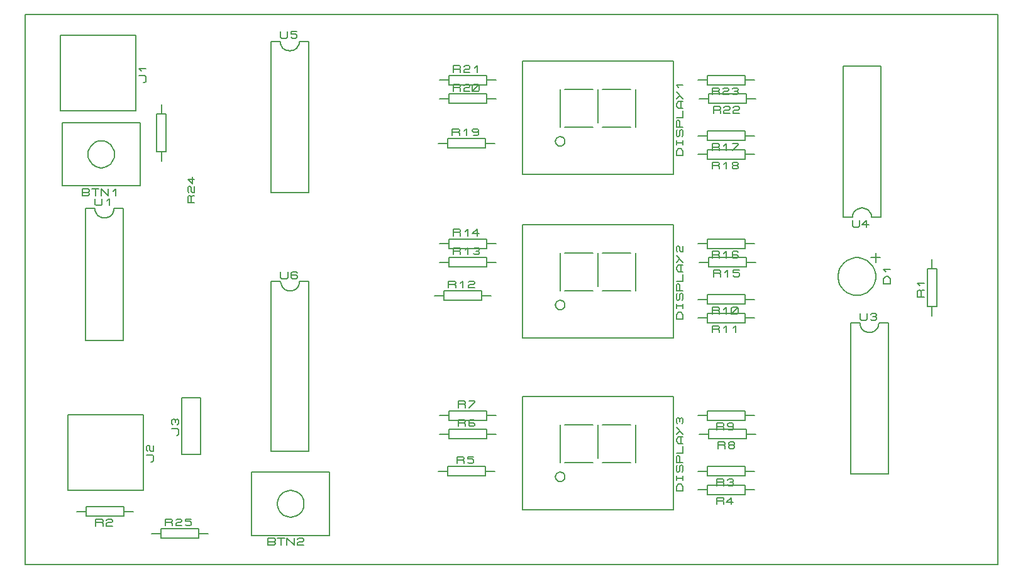
<source format=gbr>
G04 PROTEUS GERBER X2 FILE*
%TF.GenerationSoftware,Labcenter,Proteus,8.8-SP0-Build26547*%
%TF.CreationDate,2024-06-03T23:11:47+00:00*%
%TF.FileFunction,Legend,Top*%
%TF.FilePolarity,Positive*%
%TF.Part,Single*%
%TF.SameCoordinates,{21ee4477-aff3-40fb-9ee6-804b83d108f7}*%
%FSLAX45Y45*%
%MOMM*%
G01*
%TA.AperFunction,Material*%
%ADD17C,0.203200*%
%TA.AperFunction,Profile*%
%ADD16C,0.203200*%
%TD.AperFunction*%
D17*
X+7646000Y-6695956D02*
X+9678000Y-6695956D01*
X+9678000Y-5171956D01*
X+7646000Y-5171956D01*
X+7646000Y-6695956D01*
X+9106500Y-5552956D02*
X+8725500Y-5552956D01*
X+9106500Y-6060956D02*
X+8725500Y-6060956D01*
X+8598500Y-6060956D02*
X+8217500Y-6060956D01*
X+8598500Y-5552956D02*
X+8217500Y-5552956D01*
X+8154000Y-5552956D02*
X+8154000Y-6060956D01*
X+8662000Y-5552956D02*
X+8662000Y-5997456D01*
X+9170000Y-5552956D02*
X+9170000Y-6060956D01*
X+8217500Y-6251456D02*
X+8217283Y-6246209D01*
X+8215518Y-6235714D01*
X+8211826Y-6225219D01*
X+8205798Y-6214724D01*
X+8196576Y-6204344D01*
X+8186081Y-6196656D01*
X+8175586Y-6191738D01*
X+8165091Y-6188932D01*
X+8154596Y-6187959D01*
X+8154000Y-6187956D01*
X+8090500Y-6251456D02*
X+8090717Y-6246209D01*
X+8092482Y-6235714D01*
X+8096174Y-6225219D01*
X+8102202Y-6214724D01*
X+8111424Y-6204344D01*
X+8121919Y-6196656D01*
X+8132414Y-6191738D01*
X+8142909Y-6188932D01*
X+8153404Y-6187959D01*
X+8154000Y-6187956D01*
X+8090500Y-6251456D02*
X+8090717Y-6256703D01*
X+8092482Y-6267198D01*
X+8096174Y-6277693D01*
X+8102202Y-6288188D01*
X+8111424Y-6298568D01*
X+8121919Y-6306256D01*
X+8132414Y-6311174D01*
X+8142909Y-6313980D01*
X+8153404Y-6314953D01*
X+8154000Y-6314956D01*
X+8217500Y-6251456D02*
X+8217283Y-6256703D01*
X+8215518Y-6267198D01*
X+8211826Y-6277693D01*
X+8205798Y-6288188D01*
X+8196576Y-6298568D01*
X+8186081Y-6306256D01*
X+8175586Y-6311174D01*
X+8165091Y-6313980D01*
X+8154596Y-6314953D01*
X+8154000Y-6314956D01*
X+9810080Y-6441956D02*
X+9718640Y-6441956D01*
X+9718640Y-6378456D01*
X+9749120Y-6346706D01*
X+9779600Y-6346706D01*
X+9810080Y-6378456D01*
X+9810080Y-6441956D01*
X+9718640Y-6299081D02*
X+9718640Y-6235581D01*
X+9718640Y-6267331D02*
X+9810080Y-6267331D01*
X+9810080Y-6299081D02*
X+9810080Y-6235581D01*
X+9794840Y-6187956D02*
X+9810080Y-6172081D01*
X+9810080Y-6108581D01*
X+9794840Y-6092706D01*
X+9779600Y-6092706D01*
X+9764360Y-6108581D01*
X+9764360Y-6172081D01*
X+9749120Y-6187956D01*
X+9733880Y-6187956D01*
X+9718640Y-6172081D01*
X+9718640Y-6108581D01*
X+9733880Y-6092706D01*
X+9810080Y-6060956D02*
X+9718640Y-6060956D01*
X+9718640Y-5981581D01*
X+9733880Y-5965706D01*
X+9749120Y-5965706D01*
X+9764360Y-5981581D01*
X+9764360Y-6060956D01*
X+9718640Y-5933956D02*
X+9810080Y-5933956D01*
X+9810080Y-5838706D01*
X+9810080Y-5806956D02*
X+9749120Y-5806956D01*
X+9718640Y-5775206D01*
X+9718640Y-5743456D01*
X+9749120Y-5711706D01*
X+9810080Y-5711706D01*
X+9779600Y-5806956D02*
X+9779600Y-5711706D01*
X+9718640Y-5584706D02*
X+9810080Y-5679956D01*
X+9718640Y-5679956D02*
X+9764360Y-5632331D01*
X+9749120Y-5521206D02*
X+9718640Y-5489456D01*
X+9810080Y-5489456D01*
X+7646000Y-8895956D02*
X+9678000Y-8895956D01*
X+9678000Y-7371956D01*
X+7646000Y-7371956D01*
X+7646000Y-8895956D01*
X+9106500Y-7752956D02*
X+8725500Y-7752956D01*
X+9106500Y-8260956D02*
X+8725500Y-8260956D01*
X+8598500Y-8260956D02*
X+8217500Y-8260956D01*
X+8598500Y-7752956D02*
X+8217500Y-7752956D01*
X+8154000Y-7752956D02*
X+8154000Y-8260956D01*
X+8662000Y-7752956D02*
X+8662000Y-8197456D01*
X+9170000Y-7752956D02*
X+9170000Y-8260956D01*
X+8217500Y-8451456D02*
X+8217283Y-8446209D01*
X+8215518Y-8435714D01*
X+8211826Y-8425219D01*
X+8205798Y-8414724D01*
X+8196576Y-8404344D01*
X+8186081Y-8396656D01*
X+8175586Y-8391738D01*
X+8165091Y-8388932D01*
X+8154596Y-8387959D01*
X+8154000Y-8387956D01*
X+8090500Y-8451456D02*
X+8090717Y-8446209D01*
X+8092482Y-8435714D01*
X+8096174Y-8425219D01*
X+8102202Y-8414724D01*
X+8111424Y-8404344D01*
X+8121919Y-8396656D01*
X+8132414Y-8391738D01*
X+8142909Y-8388932D01*
X+8153404Y-8387959D01*
X+8154000Y-8387956D01*
X+8090500Y-8451456D02*
X+8090717Y-8456703D01*
X+8092482Y-8467198D01*
X+8096174Y-8477693D01*
X+8102202Y-8488188D01*
X+8111424Y-8498568D01*
X+8121919Y-8506256D01*
X+8132414Y-8511174D01*
X+8142909Y-8513980D01*
X+8153404Y-8514953D01*
X+8154000Y-8514956D01*
X+8217500Y-8451456D02*
X+8217283Y-8456703D01*
X+8215518Y-8467198D01*
X+8211826Y-8477693D01*
X+8205798Y-8488188D01*
X+8196576Y-8498568D01*
X+8186081Y-8506256D01*
X+8175586Y-8511174D01*
X+8165091Y-8513980D01*
X+8154596Y-8514953D01*
X+8154000Y-8514956D01*
X+9810080Y-8641956D02*
X+9718640Y-8641956D01*
X+9718640Y-8578456D01*
X+9749120Y-8546706D01*
X+9779600Y-8546706D01*
X+9810080Y-8578456D01*
X+9810080Y-8641956D01*
X+9718640Y-8499081D02*
X+9718640Y-8435581D01*
X+9718640Y-8467331D02*
X+9810080Y-8467331D01*
X+9810080Y-8499081D02*
X+9810080Y-8435581D01*
X+9794840Y-8387956D02*
X+9810080Y-8372081D01*
X+9810080Y-8308581D01*
X+9794840Y-8292706D01*
X+9779600Y-8292706D01*
X+9764360Y-8308581D01*
X+9764360Y-8372081D01*
X+9749120Y-8387956D01*
X+9733880Y-8387956D01*
X+9718640Y-8372081D01*
X+9718640Y-8308581D01*
X+9733880Y-8292706D01*
X+9810080Y-8260956D02*
X+9718640Y-8260956D01*
X+9718640Y-8181581D01*
X+9733880Y-8165706D01*
X+9749120Y-8165706D01*
X+9764360Y-8181581D01*
X+9764360Y-8260956D01*
X+9718640Y-8133956D02*
X+9810080Y-8133956D01*
X+9810080Y-8038706D01*
X+9810080Y-8006956D02*
X+9749120Y-8006956D01*
X+9718640Y-7975206D01*
X+9718640Y-7943456D01*
X+9749120Y-7911706D01*
X+9810080Y-7911706D01*
X+9779600Y-8006956D02*
X+9779600Y-7911706D01*
X+9718640Y-7784706D02*
X+9810080Y-7879956D01*
X+9718640Y-7879956D02*
X+9764360Y-7832331D01*
X+9733880Y-7737081D02*
X+9718640Y-7721206D01*
X+9718640Y-7673581D01*
X+9733880Y-7657706D01*
X+9749120Y-7657706D01*
X+9764360Y-7673581D01*
X+9764360Y-7721206D01*
X+9779600Y-7737081D01*
X+9810080Y-7737081D01*
X+9810080Y-7657706D01*
X+7646000Y-11207956D02*
X+9678000Y-11207956D01*
X+9678000Y-9683956D01*
X+7646000Y-9683956D01*
X+7646000Y-11207956D01*
X+9106500Y-10064956D02*
X+8725500Y-10064956D01*
X+9106500Y-10572956D02*
X+8725500Y-10572956D01*
X+8598500Y-10572956D02*
X+8217500Y-10572956D01*
X+8598500Y-10064956D02*
X+8217500Y-10064956D01*
X+8154000Y-10064956D02*
X+8154000Y-10572956D01*
X+8662000Y-10064956D02*
X+8662000Y-10509456D01*
X+9170000Y-10064956D02*
X+9170000Y-10572956D01*
X+8217500Y-10763456D02*
X+8217283Y-10758209D01*
X+8215518Y-10747714D01*
X+8211826Y-10737219D01*
X+8205798Y-10726724D01*
X+8196576Y-10716344D01*
X+8186081Y-10708656D01*
X+8175586Y-10703738D01*
X+8165091Y-10700932D01*
X+8154596Y-10699959D01*
X+8154000Y-10699956D01*
X+8090500Y-10763456D02*
X+8090717Y-10758209D01*
X+8092482Y-10747714D01*
X+8096174Y-10737219D01*
X+8102202Y-10726724D01*
X+8111424Y-10716344D01*
X+8121919Y-10708656D01*
X+8132414Y-10703738D01*
X+8142909Y-10700932D01*
X+8153404Y-10699959D01*
X+8154000Y-10699956D01*
X+8090500Y-10763456D02*
X+8090717Y-10768703D01*
X+8092482Y-10779198D01*
X+8096174Y-10789693D01*
X+8102202Y-10800188D01*
X+8111424Y-10810568D01*
X+8121919Y-10818256D01*
X+8132414Y-10823174D01*
X+8142909Y-10825980D01*
X+8153404Y-10826953D01*
X+8154000Y-10826956D01*
X+8217500Y-10763456D02*
X+8217283Y-10768703D01*
X+8215518Y-10779198D01*
X+8211826Y-10789693D01*
X+8205798Y-10800188D01*
X+8196576Y-10810568D01*
X+8186081Y-10818256D01*
X+8175586Y-10823174D01*
X+8165091Y-10825980D01*
X+8154596Y-10826953D01*
X+8154000Y-10826956D01*
X+9810080Y-10953956D02*
X+9718640Y-10953956D01*
X+9718640Y-10890456D01*
X+9749120Y-10858706D01*
X+9779600Y-10858706D01*
X+9810080Y-10890456D01*
X+9810080Y-10953956D01*
X+9718640Y-10811081D02*
X+9718640Y-10747581D01*
X+9718640Y-10779331D02*
X+9810080Y-10779331D01*
X+9810080Y-10811081D02*
X+9810080Y-10747581D01*
X+9794840Y-10699956D02*
X+9810080Y-10684081D01*
X+9810080Y-10620581D01*
X+9794840Y-10604706D01*
X+9779600Y-10604706D01*
X+9764360Y-10620581D01*
X+9764360Y-10684081D01*
X+9749120Y-10699956D01*
X+9733880Y-10699956D01*
X+9718640Y-10684081D01*
X+9718640Y-10620581D01*
X+9733880Y-10604706D01*
X+9810080Y-10572956D02*
X+9718640Y-10572956D01*
X+9718640Y-10493581D01*
X+9733880Y-10477706D01*
X+9749120Y-10477706D01*
X+9764360Y-10493581D01*
X+9764360Y-10572956D01*
X+9718640Y-10445956D02*
X+9810080Y-10445956D01*
X+9810080Y-10350706D01*
X+9810080Y-10318956D02*
X+9749120Y-10318956D01*
X+9718640Y-10287206D01*
X+9718640Y-10255456D01*
X+9749120Y-10223706D01*
X+9810080Y-10223706D01*
X+9779600Y-10318956D02*
X+9779600Y-10223706D01*
X+9718640Y-10096706D02*
X+9810080Y-10191956D01*
X+9718640Y-10191956D02*
X+9764360Y-10144331D01*
X+9733880Y-10049081D02*
X+9718640Y-10033206D01*
X+9718640Y-9985581D01*
X+9733880Y-9969706D01*
X+9749120Y-9969706D01*
X+9764360Y-9985581D01*
X+9779600Y-9969706D01*
X+9794840Y-9969706D01*
X+9810080Y-9985581D01*
X+9810080Y-10033206D01*
X+9794840Y-10049081D01*
X+9764360Y-10017331D02*
X+9764360Y-9985581D01*
D16*
X+950000Y-11941956D02*
X+14050000Y-11941956D01*
X+14050000Y-4541956D01*
X+950000Y-4541956D01*
X+950000Y-11941956D01*
D17*
X+10773000Y-10687956D02*
X+10646000Y-10687956D01*
X+10138000Y-10751456D02*
X+10646000Y-10751456D01*
X+10646000Y-10624456D01*
X+10138000Y-10624456D01*
X+10138000Y-10751456D01*
X+10138000Y-10687956D02*
X+10011000Y-10687956D01*
X+10265000Y-10883536D02*
X+10265000Y-10792096D01*
X+10344375Y-10792096D01*
X+10360250Y-10807336D01*
X+10360250Y-10822576D01*
X+10344375Y-10837816D01*
X+10265000Y-10837816D01*
X+10344375Y-10837816D02*
X+10360250Y-10853056D01*
X+10360250Y-10883536D01*
X+10407875Y-10807336D02*
X+10423750Y-10792096D01*
X+10471375Y-10792096D01*
X+10487250Y-10807336D01*
X+10487250Y-10822576D01*
X+10471375Y-10837816D01*
X+10487250Y-10853056D01*
X+10487250Y-10868296D01*
X+10471375Y-10883536D01*
X+10423750Y-10883536D01*
X+10407875Y-10868296D01*
X+10439625Y-10837816D02*
X+10471375Y-10837816D01*
X+10773000Y-10937956D02*
X+10646000Y-10937956D01*
X+10138000Y-11001456D02*
X+10646000Y-11001456D01*
X+10646000Y-10874456D01*
X+10138000Y-10874456D01*
X+10138000Y-11001456D01*
X+10138000Y-10937956D02*
X+10011000Y-10937956D01*
X+10265000Y-11133536D02*
X+10265000Y-11042096D01*
X+10344375Y-11042096D01*
X+10360250Y-11057336D01*
X+10360250Y-11072576D01*
X+10344375Y-11087816D01*
X+10265000Y-11087816D01*
X+10344375Y-11087816D02*
X+10360250Y-11103056D01*
X+10360250Y-11133536D01*
X+10487250Y-11103056D02*
X+10392000Y-11103056D01*
X+10455500Y-11042096D01*
X+10455500Y-11133536D01*
X+6511000Y-10687956D02*
X+6638000Y-10687956D01*
X+6638000Y-10751456D02*
X+7146000Y-10751456D01*
X+7146000Y-10624456D01*
X+6638000Y-10624456D01*
X+6638000Y-10751456D01*
X+7146000Y-10687956D02*
X+7273000Y-10687956D01*
X+6765000Y-10583816D02*
X+6765000Y-10492376D01*
X+6844375Y-10492376D01*
X+6860250Y-10507616D01*
X+6860250Y-10522856D01*
X+6844375Y-10538096D01*
X+6765000Y-10538096D01*
X+6844375Y-10538096D02*
X+6860250Y-10553336D01*
X+6860250Y-10583816D01*
X+6987250Y-10492376D02*
X+6907875Y-10492376D01*
X+6907875Y-10522856D01*
X+6971375Y-10522856D01*
X+6987250Y-10538096D01*
X+6987250Y-10568576D01*
X+6971375Y-10583816D01*
X+6923750Y-10583816D01*
X+6907875Y-10568576D01*
X+6527000Y-10187956D02*
X+6654000Y-10187956D01*
X+6654000Y-10251456D02*
X+7162000Y-10251456D01*
X+7162000Y-10124456D01*
X+6654000Y-10124456D01*
X+6654000Y-10251456D01*
X+7162000Y-10187956D02*
X+7289000Y-10187956D01*
X+6781000Y-10083816D02*
X+6781000Y-9992376D01*
X+6860375Y-9992376D01*
X+6876250Y-10007616D01*
X+6876250Y-10022856D01*
X+6860375Y-10038096D01*
X+6781000Y-10038096D01*
X+6860375Y-10038096D02*
X+6876250Y-10053336D01*
X+6876250Y-10083816D01*
X+7003250Y-10007616D02*
X+6987375Y-9992376D01*
X+6939750Y-9992376D01*
X+6923875Y-10007616D01*
X+6923875Y-10068576D01*
X+6939750Y-10083816D01*
X+6987375Y-10083816D01*
X+7003250Y-10068576D01*
X+7003250Y-10053336D01*
X+6987375Y-10038096D01*
X+6923875Y-10038096D01*
X+6527000Y-9937956D02*
X+6654000Y-9937956D01*
X+6654000Y-10001456D02*
X+7162000Y-10001456D01*
X+7162000Y-9874456D01*
X+6654000Y-9874456D01*
X+6654000Y-10001456D01*
X+7162000Y-9937956D02*
X+7289000Y-9937956D01*
X+6781000Y-9833816D02*
X+6781000Y-9742376D01*
X+6860375Y-9742376D01*
X+6876250Y-9757616D01*
X+6876250Y-9772856D01*
X+6860375Y-9788096D01*
X+6781000Y-9788096D01*
X+6860375Y-9788096D02*
X+6876250Y-9803336D01*
X+6876250Y-9833816D01*
X+6923875Y-9742376D02*
X+7003250Y-9742376D01*
X+7003250Y-9757616D01*
X+6923875Y-9833816D01*
X+10789000Y-10187956D02*
X+10662000Y-10187956D01*
X+10154000Y-10251456D02*
X+10662000Y-10251456D01*
X+10662000Y-10124456D01*
X+10154000Y-10124456D01*
X+10154000Y-10251456D01*
X+10154000Y-10187956D02*
X+10027000Y-10187956D01*
X+10281000Y-10383536D02*
X+10281000Y-10292096D01*
X+10360375Y-10292096D01*
X+10376250Y-10307336D01*
X+10376250Y-10322576D01*
X+10360375Y-10337816D01*
X+10281000Y-10337816D01*
X+10360375Y-10337816D02*
X+10376250Y-10353056D01*
X+10376250Y-10383536D01*
X+10439750Y-10337816D02*
X+10423875Y-10322576D01*
X+10423875Y-10307336D01*
X+10439750Y-10292096D01*
X+10487375Y-10292096D01*
X+10503250Y-10307336D01*
X+10503250Y-10322576D01*
X+10487375Y-10337816D01*
X+10439750Y-10337816D01*
X+10423875Y-10353056D01*
X+10423875Y-10368296D01*
X+10439750Y-10383536D01*
X+10487375Y-10383536D01*
X+10503250Y-10368296D01*
X+10503250Y-10353056D01*
X+10487375Y-10337816D01*
X+10773000Y-9937956D02*
X+10646000Y-9937956D01*
X+10138000Y-10001456D02*
X+10646000Y-10001456D01*
X+10646000Y-9874456D01*
X+10138000Y-9874456D01*
X+10138000Y-10001456D01*
X+10138000Y-9937956D02*
X+10011000Y-9937956D01*
X+10265000Y-10133536D02*
X+10265000Y-10042096D01*
X+10344375Y-10042096D01*
X+10360250Y-10057336D01*
X+10360250Y-10072576D01*
X+10344375Y-10087816D01*
X+10265000Y-10087816D01*
X+10344375Y-10087816D02*
X+10360250Y-10103056D01*
X+10360250Y-10133536D01*
X+10487250Y-10072576D02*
X+10471375Y-10087816D01*
X+10423750Y-10087816D01*
X+10407875Y-10072576D01*
X+10407875Y-10057336D01*
X+10423750Y-10042096D01*
X+10471375Y-10042096D01*
X+10487250Y-10057336D01*
X+10487250Y-10118296D01*
X+10471375Y-10133536D01*
X+10423750Y-10133536D01*
X+10773000Y-8375956D02*
X+10646000Y-8375956D01*
X+10138000Y-8439456D02*
X+10646000Y-8439456D01*
X+10646000Y-8312456D01*
X+10138000Y-8312456D01*
X+10138000Y-8439456D01*
X+10138000Y-8375956D02*
X+10011000Y-8375956D01*
X+10201500Y-8571536D02*
X+10201500Y-8480096D01*
X+10280875Y-8480096D01*
X+10296750Y-8495336D01*
X+10296750Y-8510576D01*
X+10280875Y-8525816D01*
X+10201500Y-8525816D01*
X+10280875Y-8525816D02*
X+10296750Y-8541056D01*
X+10296750Y-8571536D01*
X+10360250Y-8510576D02*
X+10392000Y-8480096D01*
X+10392000Y-8571536D01*
X+10455500Y-8556296D02*
X+10455500Y-8495336D01*
X+10471375Y-8480096D01*
X+10534875Y-8480096D01*
X+10550750Y-8495336D01*
X+10550750Y-8556296D01*
X+10534875Y-8571536D01*
X+10471375Y-8571536D01*
X+10455500Y-8556296D01*
X+10455500Y-8571536D02*
X+10550750Y-8480096D01*
X+10773000Y-8625956D02*
X+10646000Y-8625956D01*
X+10138000Y-8689456D02*
X+10646000Y-8689456D01*
X+10646000Y-8562456D01*
X+10138000Y-8562456D01*
X+10138000Y-8689456D01*
X+10138000Y-8625956D02*
X+10011000Y-8625956D01*
X+10201500Y-8821536D02*
X+10201500Y-8730096D01*
X+10280875Y-8730096D01*
X+10296750Y-8745336D01*
X+10296750Y-8760576D01*
X+10280875Y-8775816D01*
X+10201500Y-8775816D01*
X+10280875Y-8775816D02*
X+10296750Y-8791056D01*
X+10296750Y-8821536D01*
X+10360250Y-8760576D02*
X+10392000Y-8730096D01*
X+10392000Y-8821536D01*
X+10487250Y-8760576D02*
X+10519000Y-8730096D01*
X+10519000Y-8821536D01*
X+6461000Y-8325956D02*
X+6588000Y-8325956D01*
X+6588000Y-8389456D02*
X+7096000Y-8389456D01*
X+7096000Y-8262456D01*
X+6588000Y-8262456D01*
X+6588000Y-8389456D01*
X+7096000Y-8325956D02*
X+7223000Y-8325956D01*
X+6651500Y-8221816D02*
X+6651500Y-8130376D01*
X+6730875Y-8130376D01*
X+6746750Y-8145616D01*
X+6746750Y-8160856D01*
X+6730875Y-8176096D01*
X+6651500Y-8176096D01*
X+6730875Y-8176096D02*
X+6746750Y-8191336D01*
X+6746750Y-8221816D01*
X+6810250Y-8160856D02*
X+6842000Y-8130376D01*
X+6842000Y-8221816D01*
X+6921375Y-8145616D02*
X+6937250Y-8130376D01*
X+6984875Y-8130376D01*
X+7000750Y-8145616D01*
X+7000750Y-8160856D01*
X+6984875Y-8176096D01*
X+6937250Y-8176096D01*
X+6921375Y-8191336D01*
X+6921375Y-8221816D01*
X+7000750Y-8221816D01*
X+6527000Y-7875956D02*
X+6654000Y-7875956D01*
X+6654000Y-7939456D02*
X+7162000Y-7939456D01*
X+7162000Y-7812456D01*
X+6654000Y-7812456D01*
X+6654000Y-7939456D01*
X+7162000Y-7875956D02*
X+7289000Y-7875956D01*
X+6717500Y-7771816D02*
X+6717500Y-7680376D01*
X+6796875Y-7680376D01*
X+6812750Y-7695616D01*
X+6812750Y-7710856D01*
X+6796875Y-7726096D01*
X+6717500Y-7726096D01*
X+6796875Y-7726096D02*
X+6812750Y-7741336D01*
X+6812750Y-7771816D01*
X+6876250Y-7710856D02*
X+6908000Y-7680376D01*
X+6908000Y-7771816D01*
X+6987375Y-7695616D02*
X+7003250Y-7680376D01*
X+7050875Y-7680376D01*
X+7066750Y-7695616D01*
X+7066750Y-7710856D01*
X+7050875Y-7726096D01*
X+7066750Y-7741336D01*
X+7066750Y-7756576D01*
X+7050875Y-7771816D01*
X+7003250Y-7771816D01*
X+6987375Y-7756576D01*
X+7019125Y-7726096D02*
X+7050875Y-7726096D01*
X+6527000Y-7625956D02*
X+6654000Y-7625956D01*
X+6654000Y-7689456D02*
X+7162000Y-7689456D01*
X+7162000Y-7562456D01*
X+6654000Y-7562456D01*
X+6654000Y-7689456D01*
X+7162000Y-7625956D02*
X+7289000Y-7625956D01*
X+6717500Y-7521816D02*
X+6717500Y-7430376D01*
X+6796875Y-7430376D01*
X+6812750Y-7445616D01*
X+6812750Y-7460856D01*
X+6796875Y-7476096D01*
X+6717500Y-7476096D01*
X+6796875Y-7476096D02*
X+6812750Y-7491336D01*
X+6812750Y-7521816D01*
X+6876250Y-7460856D02*
X+6908000Y-7430376D01*
X+6908000Y-7521816D01*
X+7066750Y-7491336D02*
X+6971500Y-7491336D01*
X+7035000Y-7430376D01*
X+7035000Y-7521816D01*
X+10789000Y-7875956D02*
X+10662000Y-7875956D01*
X+10154000Y-7939456D02*
X+10662000Y-7939456D01*
X+10662000Y-7812456D01*
X+10154000Y-7812456D01*
X+10154000Y-7939456D01*
X+10154000Y-7875956D02*
X+10027000Y-7875956D01*
X+10217500Y-8071536D02*
X+10217500Y-7980096D01*
X+10296875Y-7980096D01*
X+10312750Y-7995336D01*
X+10312750Y-8010576D01*
X+10296875Y-8025816D01*
X+10217500Y-8025816D01*
X+10296875Y-8025816D02*
X+10312750Y-8041056D01*
X+10312750Y-8071536D01*
X+10376250Y-8010576D02*
X+10408000Y-7980096D01*
X+10408000Y-8071536D01*
X+10566750Y-7980096D02*
X+10487375Y-7980096D01*
X+10487375Y-8010576D01*
X+10550875Y-8010576D01*
X+10566750Y-8025816D01*
X+10566750Y-8056296D01*
X+10550875Y-8071536D01*
X+10503250Y-8071536D01*
X+10487375Y-8056296D01*
X+10773000Y-7625956D02*
X+10646000Y-7625956D01*
X+10138000Y-7689456D02*
X+10646000Y-7689456D01*
X+10646000Y-7562456D01*
X+10138000Y-7562456D01*
X+10138000Y-7689456D01*
X+10138000Y-7625956D02*
X+10011000Y-7625956D01*
X+10201500Y-7821536D02*
X+10201500Y-7730096D01*
X+10280875Y-7730096D01*
X+10296750Y-7745336D01*
X+10296750Y-7760576D01*
X+10280875Y-7775816D01*
X+10201500Y-7775816D01*
X+10280875Y-7775816D02*
X+10296750Y-7791056D01*
X+10296750Y-7821536D01*
X+10360250Y-7760576D02*
X+10392000Y-7730096D01*
X+10392000Y-7821536D01*
X+10550750Y-7745336D02*
X+10534875Y-7730096D01*
X+10487250Y-7730096D01*
X+10471375Y-7745336D01*
X+10471375Y-7806296D01*
X+10487250Y-7821536D01*
X+10534875Y-7821536D01*
X+10550750Y-7806296D01*
X+10550750Y-7791056D01*
X+10534875Y-7775816D01*
X+10471375Y-7775816D01*
X+10773000Y-6175956D02*
X+10646000Y-6175956D01*
X+10138000Y-6239456D02*
X+10646000Y-6239456D01*
X+10646000Y-6112456D01*
X+10138000Y-6112456D01*
X+10138000Y-6239456D01*
X+10138000Y-6175956D02*
X+10011000Y-6175956D01*
X+10201500Y-6371536D02*
X+10201500Y-6280096D01*
X+10280875Y-6280096D01*
X+10296750Y-6295336D01*
X+10296750Y-6310576D01*
X+10280875Y-6325816D01*
X+10201500Y-6325816D01*
X+10280875Y-6325816D02*
X+10296750Y-6341056D01*
X+10296750Y-6371536D01*
X+10360250Y-6310576D02*
X+10392000Y-6280096D01*
X+10392000Y-6371536D01*
X+10471375Y-6280096D02*
X+10550750Y-6280096D01*
X+10550750Y-6295336D01*
X+10471375Y-6371536D01*
X+10773000Y-6425956D02*
X+10646000Y-6425956D01*
X+10138000Y-6489456D02*
X+10646000Y-6489456D01*
X+10646000Y-6362456D01*
X+10138000Y-6362456D01*
X+10138000Y-6489456D01*
X+10138000Y-6425956D02*
X+10011000Y-6425956D01*
X+10201500Y-6621536D02*
X+10201500Y-6530096D01*
X+10280875Y-6530096D01*
X+10296750Y-6545336D01*
X+10296750Y-6560576D01*
X+10280875Y-6575816D01*
X+10201500Y-6575816D01*
X+10280875Y-6575816D02*
X+10296750Y-6591056D01*
X+10296750Y-6621536D01*
X+10360250Y-6560576D02*
X+10392000Y-6530096D01*
X+10392000Y-6621536D01*
X+10487250Y-6575816D02*
X+10471375Y-6560576D01*
X+10471375Y-6545336D01*
X+10487250Y-6530096D01*
X+10534875Y-6530096D01*
X+10550750Y-6545336D01*
X+10550750Y-6560576D01*
X+10534875Y-6575816D01*
X+10487250Y-6575816D01*
X+10471375Y-6591056D01*
X+10471375Y-6606296D01*
X+10487250Y-6621536D01*
X+10534875Y-6621536D01*
X+10550750Y-6606296D01*
X+10550750Y-6591056D01*
X+10534875Y-6575816D01*
X+6511000Y-6275956D02*
X+6638000Y-6275956D01*
X+6638000Y-6339456D02*
X+7146000Y-6339456D01*
X+7146000Y-6212456D01*
X+6638000Y-6212456D01*
X+6638000Y-6339456D01*
X+7146000Y-6275956D02*
X+7273000Y-6275956D01*
X+6701500Y-6171816D02*
X+6701500Y-6080376D01*
X+6780875Y-6080376D01*
X+6796750Y-6095616D01*
X+6796750Y-6110856D01*
X+6780875Y-6126096D01*
X+6701500Y-6126096D01*
X+6780875Y-6126096D02*
X+6796750Y-6141336D01*
X+6796750Y-6171816D01*
X+6860250Y-6110856D02*
X+6892000Y-6080376D01*
X+6892000Y-6171816D01*
X+7050750Y-6110856D02*
X+7034875Y-6126096D01*
X+6987250Y-6126096D01*
X+6971375Y-6110856D01*
X+6971375Y-6095616D01*
X+6987250Y-6080376D01*
X+7034875Y-6080376D01*
X+7050750Y-6095616D01*
X+7050750Y-6156576D01*
X+7034875Y-6171816D01*
X+6987250Y-6171816D01*
X+6527000Y-5675956D02*
X+6654000Y-5675956D01*
X+6654000Y-5739456D02*
X+7162000Y-5739456D01*
X+7162000Y-5612456D01*
X+6654000Y-5612456D01*
X+6654000Y-5739456D01*
X+7162000Y-5675956D02*
X+7289000Y-5675956D01*
X+6717500Y-5571816D02*
X+6717500Y-5480376D01*
X+6796875Y-5480376D01*
X+6812750Y-5495616D01*
X+6812750Y-5510856D01*
X+6796875Y-5526096D01*
X+6717500Y-5526096D01*
X+6796875Y-5526096D02*
X+6812750Y-5541336D01*
X+6812750Y-5571816D01*
X+6860375Y-5495616D02*
X+6876250Y-5480376D01*
X+6923875Y-5480376D01*
X+6939750Y-5495616D01*
X+6939750Y-5510856D01*
X+6923875Y-5526096D01*
X+6876250Y-5526096D01*
X+6860375Y-5541336D01*
X+6860375Y-5571816D01*
X+6939750Y-5571816D01*
X+6971500Y-5556576D02*
X+6971500Y-5495616D01*
X+6987375Y-5480376D01*
X+7050875Y-5480376D01*
X+7066750Y-5495616D01*
X+7066750Y-5556576D01*
X+7050875Y-5571816D01*
X+6987375Y-5571816D01*
X+6971500Y-5556576D01*
X+6971500Y-5571816D02*
X+7066750Y-5480376D01*
X+6527000Y-5425956D02*
X+6654000Y-5425956D01*
X+6654000Y-5489456D02*
X+7162000Y-5489456D01*
X+7162000Y-5362456D01*
X+6654000Y-5362456D01*
X+6654000Y-5489456D01*
X+7162000Y-5425956D02*
X+7289000Y-5425956D01*
X+6717500Y-5321816D02*
X+6717500Y-5230376D01*
X+6796875Y-5230376D01*
X+6812750Y-5245616D01*
X+6812750Y-5260856D01*
X+6796875Y-5276096D01*
X+6717500Y-5276096D01*
X+6796875Y-5276096D02*
X+6812750Y-5291336D01*
X+6812750Y-5321816D01*
X+6860375Y-5245616D02*
X+6876250Y-5230376D01*
X+6923875Y-5230376D01*
X+6939750Y-5245616D01*
X+6939750Y-5260856D01*
X+6923875Y-5276096D01*
X+6876250Y-5276096D01*
X+6860375Y-5291336D01*
X+6860375Y-5321816D01*
X+6939750Y-5321816D01*
X+7003250Y-5260856D02*
X+7035000Y-5230376D01*
X+7035000Y-5321816D01*
X+10789000Y-5675956D02*
X+10662000Y-5675956D01*
X+10154000Y-5739456D02*
X+10662000Y-5739456D01*
X+10662000Y-5612456D01*
X+10154000Y-5612456D01*
X+10154000Y-5739456D01*
X+10154000Y-5675956D02*
X+10027000Y-5675956D01*
X+10217500Y-5871536D02*
X+10217500Y-5780096D01*
X+10296875Y-5780096D01*
X+10312750Y-5795336D01*
X+10312750Y-5810576D01*
X+10296875Y-5825816D01*
X+10217500Y-5825816D01*
X+10296875Y-5825816D02*
X+10312750Y-5841056D01*
X+10312750Y-5871536D01*
X+10360375Y-5795336D02*
X+10376250Y-5780096D01*
X+10423875Y-5780096D01*
X+10439750Y-5795336D01*
X+10439750Y-5810576D01*
X+10423875Y-5825816D01*
X+10376250Y-5825816D01*
X+10360375Y-5841056D01*
X+10360375Y-5871536D01*
X+10439750Y-5871536D01*
X+10487375Y-5795336D02*
X+10503250Y-5780096D01*
X+10550875Y-5780096D01*
X+10566750Y-5795336D01*
X+10566750Y-5810576D01*
X+10550875Y-5825816D01*
X+10503250Y-5825816D01*
X+10487375Y-5841056D01*
X+10487375Y-5871536D01*
X+10566750Y-5871536D01*
X+10773000Y-5425956D02*
X+10646000Y-5425956D01*
X+10138000Y-5489456D02*
X+10646000Y-5489456D01*
X+10646000Y-5362456D01*
X+10138000Y-5362456D01*
X+10138000Y-5489456D01*
X+10138000Y-5425956D02*
X+10011000Y-5425956D01*
X+10201500Y-5621536D02*
X+10201500Y-5530096D01*
X+10280875Y-5530096D01*
X+10296750Y-5545336D01*
X+10296750Y-5560576D01*
X+10280875Y-5575816D01*
X+10201500Y-5575816D01*
X+10280875Y-5575816D02*
X+10296750Y-5591056D01*
X+10296750Y-5621536D01*
X+10344375Y-5545336D02*
X+10360250Y-5530096D01*
X+10407875Y-5530096D01*
X+10423750Y-5545336D01*
X+10423750Y-5560576D01*
X+10407875Y-5575816D01*
X+10360250Y-5575816D01*
X+10344375Y-5591056D01*
X+10344375Y-5621536D01*
X+10423750Y-5621536D01*
X+10471375Y-5545336D02*
X+10487250Y-5530096D01*
X+10534875Y-5530096D01*
X+10550750Y-5545336D01*
X+10550750Y-5560576D01*
X+10534875Y-5575816D01*
X+10550750Y-5591056D01*
X+10550750Y-5606296D01*
X+10534875Y-5621536D01*
X+10487250Y-5621536D01*
X+10471375Y-5606296D01*
X+10503125Y-5575816D02*
X+10534875Y-5575816D01*
X+12065000Y-8694956D02*
X+12192000Y-8694956D01*
X+12319000Y-8821956D02*
X+12344876Y-8819520D01*
X+12368848Y-8812471D01*
X+12390438Y-8801194D01*
X+12409170Y-8786078D01*
X+12424569Y-8767510D01*
X+12436158Y-8745875D01*
X+12443460Y-8721562D01*
X+12446000Y-8694956D01*
X+12319000Y-8821956D02*
X+12292394Y-8819520D01*
X+12268081Y-8812471D01*
X+12246446Y-8801194D01*
X+12227878Y-8786078D01*
X+12212762Y-8767510D01*
X+12201485Y-8745875D01*
X+12194436Y-8721562D01*
X+12192000Y-8694956D01*
X+12446000Y-8694956D02*
X+12573000Y-8694956D01*
X+12065000Y-10726956D02*
X+12573000Y-10726956D01*
X+12065000Y-8694956D02*
X+12065000Y-10726956D01*
X+12573000Y-10726956D02*
X+12573000Y-8694956D01*
X+12192000Y-8562876D02*
X+12192000Y-8639076D01*
X+12207875Y-8654316D01*
X+12271375Y-8654316D01*
X+12287250Y-8639076D01*
X+12287250Y-8562876D01*
X+12334875Y-8578116D02*
X+12350750Y-8562876D01*
X+12398375Y-8562876D01*
X+12414250Y-8578116D01*
X+12414250Y-8593356D01*
X+12398375Y-8608596D01*
X+12414250Y-8623836D01*
X+12414250Y-8639076D01*
X+12398375Y-8654316D01*
X+12350750Y-8654316D01*
X+12334875Y-8639076D01*
X+12366625Y-8608596D02*
X+12398375Y-8608596D01*
X+12473000Y-7272956D02*
X+12346000Y-7272956D01*
X+12219000Y-7145956D02*
X+12193124Y-7148392D01*
X+12169152Y-7155441D01*
X+12147562Y-7166718D01*
X+12128830Y-7181834D01*
X+12113431Y-7200402D01*
X+12101842Y-7222037D01*
X+12094540Y-7246350D01*
X+12092000Y-7272956D01*
X+12219000Y-7145956D02*
X+12245606Y-7148392D01*
X+12269919Y-7155441D01*
X+12291554Y-7166718D01*
X+12310122Y-7181834D01*
X+12325238Y-7200402D01*
X+12336515Y-7222037D01*
X+12343564Y-7246350D01*
X+12346000Y-7272956D01*
X+12092000Y-7272956D02*
X+11965000Y-7272956D01*
X+12473000Y-5240956D02*
X+11965000Y-5240956D01*
X+12473000Y-7272956D02*
X+12473000Y-5240956D01*
X+11965000Y-5240956D02*
X+11965000Y-7272956D01*
X+12092000Y-7313596D02*
X+12092000Y-7389796D01*
X+12107875Y-7405036D01*
X+12171375Y-7405036D01*
X+12187250Y-7389796D01*
X+12187250Y-7313596D01*
X+12314250Y-7374556D02*
X+12219000Y-7374556D01*
X+12282500Y-7313596D01*
X+12282500Y-7405036D01*
X+4261000Y-4904956D02*
X+4388000Y-4904956D01*
X+4515000Y-5031956D02*
X+4540876Y-5029520D01*
X+4564848Y-5022471D01*
X+4586438Y-5011194D01*
X+4605170Y-4996078D01*
X+4620569Y-4977510D01*
X+4632158Y-4955875D01*
X+4639460Y-4931562D01*
X+4642000Y-4904956D01*
X+4515000Y-5031956D02*
X+4488394Y-5029520D01*
X+4464081Y-5022471D01*
X+4442446Y-5011194D01*
X+4423878Y-4996078D01*
X+4408762Y-4977510D01*
X+4397485Y-4955875D01*
X+4390436Y-4931562D01*
X+4388000Y-4904956D01*
X+4642000Y-4904956D02*
X+4769000Y-4904956D01*
X+4261000Y-6936956D02*
X+4769000Y-6936956D01*
X+4261000Y-4904956D02*
X+4261000Y-6936956D01*
X+4769000Y-6936956D02*
X+4769000Y-4904956D01*
X+4388000Y-4772876D02*
X+4388000Y-4849076D01*
X+4403875Y-4864316D01*
X+4467375Y-4864316D01*
X+4483250Y-4849076D01*
X+4483250Y-4772876D01*
X+4610250Y-4772876D02*
X+4530875Y-4772876D01*
X+4530875Y-4803356D01*
X+4594375Y-4803356D01*
X+4610250Y-4818596D01*
X+4610250Y-4849076D01*
X+4594375Y-4864316D01*
X+4546750Y-4864316D01*
X+4530875Y-4849076D01*
X+2444000Y-4825956D02*
X+1428000Y-4825956D01*
X+2444000Y-5841956D02*
X+1428000Y-5841956D01*
X+1428000Y-4825956D02*
X+1428000Y-5841956D01*
X+2444000Y-4825956D02*
X+2444000Y-5841956D01*
X+2545600Y-5460956D02*
X+2560840Y-5460956D01*
X+2576080Y-5445081D01*
X+2576080Y-5381581D01*
X+2560840Y-5365706D01*
X+2484640Y-5365706D01*
X+2515120Y-5302206D02*
X+2484640Y-5270456D01*
X+2576080Y-5270456D01*
X+2544000Y-9925956D02*
X+1528000Y-9925956D01*
X+2544000Y-10941956D02*
X+1528000Y-10941956D01*
X+1528000Y-9925956D02*
X+1528000Y-10941956D01*
X+2544000Y-9925956D02*
X+2544000Y-10941956D01*
X+2645600Y-10560956D02*
X+2660840Y-10560956D01*
X+2676080Y-10545081D01*
X+2676080Y-10481581D01*
X+2660840Y-10465706D01*
X+2584640Y-10465706D01*
X+2599880Y-10418081D02*
X+2584640Y-10402206D01*
X+2584640Y-10354581D01*
X+2599880Y-10338706D01*
X+2615120Y-10338706D01*
X+2630360Y-10354581D01*
X+2630360Y-10402206D01*
X+2645600Y-10418081D01*
X+2676080Y-10418081D01*
X+2676080Y-10338706D01*
X+3059000Y-10460956D02*
X+3313000Y-10460956D01*
X+3313000Y-9698956D01*
X+3059000Y-9698956D01*
X+3059000Y-10460956D01*
X+2987880Y-10206956D02*
X+3003120Y-10206956D01*
X+3018360Y-10191081D01*
X+3018360Y-10127581D01*
X+3003120Y-10111706D01*
X+2926920Y-10111706D01*
X+2942160Y-10064081D02*
X+2926920Y-10048206D01*
X+2926920Y-10000581D01*
X+2942160Y-9984706D01*
X+2957400Y-9984706D01*
X+2972640Y-10000581D01*
X+2987880Y-9984706D01*
X+3003120Y-9984706D01*
X+3018360Y-10000581D01*
X+3018360Y-10048206D01*
X+3003120Y-10064081D01*
X+2972640Y-10032331D02*
X+2972640Y-10000581D01*
X+13162000Y-8600956D02*
X+13162000Y-8473956D01*
X+13098500Y-8473956D02*
X+13225500Y-8473956D01*
X+13225500Y-7965956D01*
X+13098500Y-7965956D01*
X+13098500Y-8473956D01*
X+13162000Y-7965956D02*
X+13162000Y-7838956D01*
X+13057860Y-8346956D02*
X+12966420Y-8346956D01*
X+12966420Y-8267581D01*
X+12981660Y-8251706D01*
X+12996900Y-8251706D01*
X+13012140Y-8267581D01*
X+13012140Y-8346956D01*
X+13012140Y-8267581D02*
X+13027380Y-8251706D01*
X+13057860Y-8251706D01*
X+12996900Y-8188206D02*
X+12966420Y-8156456D01*
X+13057860Y-8156456D01*
X+2409000Y-11229956D02*
X+2282000Y-11229956D01*
X+1774000Y-11293456D02*
X+2282000Y-11293456D01*
X+2282000Y-11166456D01*
X+1774000Y-11166456D01*
X+1774000Y-11293456D01*
X+1774000Y-11229956D02*
X+1647000Y-11229956D01*
X+1901000Y-11425536D02*
X+1901000Y-11334096D01*
X+1980375Y-11334096D01*
X+1996250Y-11349336D01*
X+1996250Y-11364576D01*
X+1980375Y-11379816D01*
X+1901000Y-11379816D01*
X+1980375Y-11379816D02*
X+1996250Y-11395056D01*
X+1996250Y-11425536D01*
X+2043875Y-11349336D02*
X+2059750Y-11334096D01*
X+2107375Y-11334096D01*
X+2123250Y-11349336D01*
X+2123250Y-11364576D01*
X+2107375Y-11379816D01*
X+2059750Y-11379816D01*
X+2043875Y-11395056D01*
X+2043875Y-11425536D01*
X+2123250Y-11425536D01*
X+2786000Y-5756956D02*
X+2786000Y-5883956D01*
X+2722500Y-6391956D02*
X+2849500Y-6391956D01*
X+2849500Y-5883956D01*
X+2722500Y-5883956D01*
X+2722500Y-6391956D01*
X+2786000Y-6391956D02*
X+2786000Y-6518956D01*
X+3231580Y-7078456D02*
X+3140140Y-7078456D01*
X+3140140Y-6999081D01*
X+3155380Y-6983206D01*
X+3170620Y-6983206D01*
X+3185860Y-6999081D01*
X+3185860Y-7078456D01*
X+3185860Y-6999081D02*
X+3201100Y-6983206D01*
X+3231580Y-6983206D01*
X+3155380Y-6935581D02*
X+3140140Y-6919706D01*
X+3140140Y-6872081D01*
X+3155380Y-6856206D01*
X+3170620Y-6856206D01*
X+3185860Y-6872081D01*
X+3185860Y-6919706D01*
X+3201100Y-6935581D01*
X+3231580Y-6935581D01*
X+3231580Y-6856206D01*
X+3201100Y-6729206D02*
X+3201100Y-6824456D01*
X+3140140Y-6760956D01*
X+3231580Y-6760956D01*
X+2146000Y-7152956D02*
X+2273000Y-7152956D01*
X+1765000Y-7152956D02*
X+1892000Y-7152956D01*
X+2019000Y-7279956D02*
X+2044876Y-7277520D01*
X+2068848Y-7270471D01*
X+2090438Y-7259194D01*
X+2109170Y-7244078D01*
X+2124569Y-7225510D01*
X+2136158Y-7203875D01*
X+2143460Y-7179562D01*
X+2146000Y-7152956D01*
X+2019000Y-7279956D02*
X+1992394Y-7277520D01*
X+1968081Y-7270471D01*
X+1946446Y-7259194D01*
X+1927878Y-7244078D01*
X+1912762Y-7225510D01*
X+1901485Y-7203875D01*
X+1894436Y-7179562D01*
X+1892000Y-7152956D01*
X+1765000Y-7152956D02*
X+1765000Y-8930956D01*
X+2273000Y-8930956D01*
X+2273000Y-7152956D01*
X+1892000Y-7020876D02*
X+1892000Y-7097076D01*
X+1907875Y-7112316D01*
X+1971375Y-7112316D01*
X+1987250Y-7097076D01*
X+1987250Y-7020876D01*
X+2050750Y-7051356D02*
X+2082500Y-7020876D01*
X+2082500Y-7112316D01*
X+4265000Y-8136956D02*
X+4392000Y-8136956D01*
X+4519000Y-8263956D02*
X+4544876Y-8261520D01*
X+4568848Y-8254471D01*
X+4590438Y-8243194D01*
X+4609170Y-8228078D01*
X+4624569Y-8209510D01*
X+4636158Y-8187875D01*
X+4643460Y-8163562D01*
X+4646000Y-8136956D01*
X+4519000Y-8263956D02*
X+4492394Y-8261520D01*
X+4468081Y-8254471D01*
X+4446446Y-8243194D01*
X+4427878Y-8228078D01*
X+4412762Y-8209510D01*
X+4401485Y-8187875D01*
X+4394436Y-8163562D01*
X+4392000Y-8136956D01*
X+4646000Y-8136956D02*
X+4773000Y-8136956D01*
X+4265000Y-10422956D02*
X+4773000Y-10422956D01*
X+4265000Y-8136956D02*
X+4265000Y-10422956D01*
X+4773000Y-10422956D02*
X+4773000Y-8136956D01*
X+4392000Y-8004876D02*
X+4392000Y-8081076D01*
X+4407875Y-8096316D01*
X+4471375Y-8096316D01*
X+4487250Y-8081076D01*
X+4487250Y-8004876D01*
X+4614250Y-8020116D02*
X+4598375Y-8004876D01*
X+4550750Y-8004876D01*
X+4534875Y-8020116D01*
X+4534875Y-8081076D01*
X+4550750Y-8096316D01*
X+4598375Y-8096316D01*
X+4614250Y-8081076D01*
X+4614250Y-8065836D01*
X+4598375Y-8050596D01*
X+4534875Y-8050596D01*
X+12404000Y-8068956D02*
X+12403173Y-8048473D01*
X+12396455Y-8007506D01*
X+12382437Y-7966539D01*
X+12359659Y-7925572D01*
X+12324859Y-7884727D01*
X+12283892Y-7853111D01*
X+12242925Y-7832564D01*
X+12201958Y-7820327D01*
X+12160991Y-7815194D01*
X+12150000Y-7814956D01*
X+11896000Y-8068956D02*
X+11896827Y-8048473D01*
X+11903545Y-8007506D01*
X+11917563Y-7966539D01*
X+11940341Y-7925572D01*
X+11975141Y-7884727D01*
X+12016108Y-7853111D01*
X+12057075Y-7832564D01*
X+12098042Y-7820327D01*
X+12139009Y-7815194D01*
X+12150000Y-7814956D01*
X+11896000Y-8068956D02*
X+11896827Y-8089439D01*
X+11903545Y-8130406D01*
X+11917563Y-8171373D01*
X+11940341Y-8212340D01*
X+11975141Y-8253185D01*
X+12016108Y-8284801D01*
X+12057075Y-8305348D01*
X+12098042Y-8317585D01*
X+12139009Y-8322718D01*
X+12150000Y-8322956D01*
X+12404000Y-8068956D02*
X+12403173Y-8089439D01*
X+12396455Y-8130406D01*
X+12382437Y-8171373D01*
X+12359659Y-8212340D01*
X+12324859Y-8253185D01*
X+12283892Y-8284801D01*
X+12242925Y-8305348D01*
X+12201958Y-8317585D01*
X+12160991Y-8322718D01*
X+12150000Y-8322956D01*
X+12404000Y-7751456D02*
X+12404000Y-7878456D01*
X+12467500Y-7814956D02*
X+12340500Y-7814956D01*
X+12599580Y-8164206D02*
X+12508140Y-8164206D01*
X+12508140Y-8100706D01*
X+12538620Y-8068956D01*
X+12569100Y-8068956D01*
X+12599580Y-8100706D01*
X+12599580Y-8164206D01*
X+12538620Y-8005456D02*
X+12508140Y-7973706D01*
X+12599580Y-7973706D01*
X+1450000Y-6850000D02*
X+2500000Y-6850000D01*
X+2500000Y-6000000D01*
X+1450000Y-6000000D01*
X+1450000Y-6850000D01*
X+2155000Y-6425000D02*
X+2154403Y-6410347D01*
X+2149549Y-6381040D01*
X+2139414Y-6351733D01*
X+2122914Y-6322426D01*
X+2097677Y-6293279D01*
X+2068370Y-6271110D01*
X+2039063Y-6256786D01*
X+2009756Y-6248387D01*
X+1980449Y-6245082D01*
X+1975000Y-6245000D01*
X+1795000Y-6425000D02*
X+1795597Y-6410347D01*
X+1800451Y-6381040D01*
X+1810586Y-6351733D01*
X+1827086Y-6322426D01*
X+1852323Y-6293279D01*
X+1881630Y-6271110D01*
X+1910937Y-6256786D01*
X+1940244Y-6248387D01*
X+1969551Y-6245082D01*
X+1975000Y-6245000D01*
X+1795000Y-6425000D02*
X+1795597Y-6439653D01*
X+1800451Y-6468960D01*
X+1810586Y-6498267D01*
X+1827086Y-6527574D01*
X+1852323Y-6556721D01*
X+1881630Y-6578890D01*
X+1910937Y-6593214D01*
X+1940244Y-6601613D01*
X+1969551Y-6604918D01*
X+1975000Y-6605000D01*
X+2155000Y-6425000D02*
X+2154403Y-6439653D01*
X+2149549Y-6468960D01*
X+2139414Y-6498267D01*
X+2122914Y-6527574D01*
X+2097677Y-6556721D01*
X+2068370Y-6578890D01*
X+2039063Y-6593214D01*
X+2009756Y-6601613D01*
X+1980449Y-6604918D01*
X+1975000Y-6605000D01*
X+1721000Y-6982080D02*
X+1721000Y-6890640D01*
X+1800375Y-6890640D01*
X+1816250Y-6905880D01*
X+1816250Y-6921120D01*
X+1800375Y-6936360D01*
X+1816250Y-6951600D01*
X+1816250Y-6966840D01*
X+1800375Y-6982080D01*
X+1721000Y-6982080D01*
X+1721000Y-6936360D02*
X+1800375Y-6936360D01*
X+1848000Y-6890640D02*
X+1943250Y-6890640D01*
X+1895625Y-6890640D02*
X+1895625Y-6982080D01*
X+1975000Y-6982080D02*
X+1975000Y-6890640D01*
X+2070250Y-6982080D01*
X+2070250Y-6890640D01*
X+2133750Y-6921120D02*
X+2165500Y-6890640D01*
X+2165500Y-6982080D01*
X+4000000Y-11550000D02*
X+5050000Y-11550000D01*
X+5050000Y-10700000D01*
X+4000000Y-10700000D01*
X+4000000Y-11550000D01*
X+4705000Y-11125000D02*
X+4704403Y-11110347D01*
X+4699549Y-11081040D01*
X+4689414Y-11051733D01*
X+4672914Y-11022426D01*
X+4647677Y-10993279D01*
X+4618370Y-10971110D01*
X+4589063Y-10956786D01*
X+4559756Y-10948387D01*
X+4530449Y-10945082D01*
X+4525000Y-10945000D01*
X+4345000Y-11125000D02*
X+4345597Y-11110347D01*
X+4350451Y-11081040D01*
X+4360586Y-11051733D01*
X+4377086Y-11022426D01*
X+4402323Y-10993279D01*
X+4431630Y-10971110D01*
X+4460937Y-10956786D01*
X+4490244Y-10948387D01*
X+4519551Y-10945082D01*
X+4525000Y-10945000D01*
X+4345000Y-11125000D02*
X+4345597Y-11139653D01*
X+4350451Y-11168960D01*
X+4360586Y-11198267D01*
X+4377086Y-11227574D01*
X+4402323Y-11256721D01*
X+4431630Y-11278890D01*
X+4460937Y-11293214D01*
X+4490244Y-11301613D01*
X+4519551Y-11304918D01*
X+4525000Y-11305000D01*
X+4705000Y-11125000D02*
X+4704403Y-11139653D01*
X+4699549Y-11168960D01*
X+4689414Y-11198267D01*
X+4672914Y-11227574D01*
X+4647677Y-11256721D01*
X+4618370Y-11278890D01*
X+4589063Y-11293214D01*
X+4559756Y-11301613D01*
X+4530449Y-11304918D01*
X+4525000Y-11305000D01*
X+4221000Y-11682080D02*
X+4221000Y-11590640D01*
X+4300375Y-11590640D01*
X+4316250Y-11605880D01*
X+4316250Y-11621120D01*
X+4300375Y-11636360D01*
X+4316250Y-11651600D01*
X+4316250Y-11666840D01*
X+4300375Y-11682080D01*
X+4221000Y-11682080D01*
X+4221000Y-11636360D02*
X+4300375Y-11636360D01*
X+4348000Y-11590640D02*
X+4443250Y-11590640D01*
X+4395625Y-11590640D02*
X+4395625Y-11682080D01*
X+4475000Y-11682080D02*
X+4475000Y-11590640D01*
X+4570250Y-11682080D01*
X+4570250Y-11590640D01*
X+4617875Y-11605880D02*
X+4633750Y-11590640D01*
X+4681375Y-11590640D01*
X+4697250Y-11605880D01*
X+4697250Y-11621120D01*
X+4681375Y-11636360D01*
X+4633750Y-11636360D01*
X+4617875Y-11651600D01*
X+4617875Y-11682080D01*
X+4697250Y-11682080D01*
X+2648627Y-11525166D02*
X+2775627Y-11525166D01*
X+2775627Y-11588666D02*
X+3283627Y-11588666D01*
X+3283627Y-11461666D01*
X+2775627Y-11461666D01*
X+2775627Y-11588666D01*
X+3283627Y-11525166D02*
X+3410627Y-11525166D01*
X+2839127Y-11421026D02*
X+2839127Y-11329586D01*
X+2918502Y-11329586D01*
X+2934377Y-11344826D01*
X+2934377Y-11360066D01*
X+2918502Y-11375306D01*
X+2839127Y-11375306D01*
X+2918502Y-11375306D02*
X+2934377Y-11390546D01*
X+2934377Y-11421026D01*
X+2982002Y-11344826D02*
X+2997877Y-11329586D01*
X+3045502Y-11329586D01*
X+3061377Y-11344826D01*
X+3061377Y-11360066D01*
X+3045502Y-11375306D01*
X+2997877Y-11375306D01*
X+2982002Y-11390546D01*
X+2982002Y-11421026D01*
X+3061377Y-11421026D01*
X+3188377Y-11329586D02*
X+3109002Y-11329586D01*
X+3109002Y-11360066D01*
X+3172502Y-11360066D01*
X+3188377Y-11375306D01*
X+3188377Y-11405786D01*
X+3172502Y-11421026D01*
X+3124877Y-11421026D01*
X+3109002Y-11405786D01*
M02*

</source>
